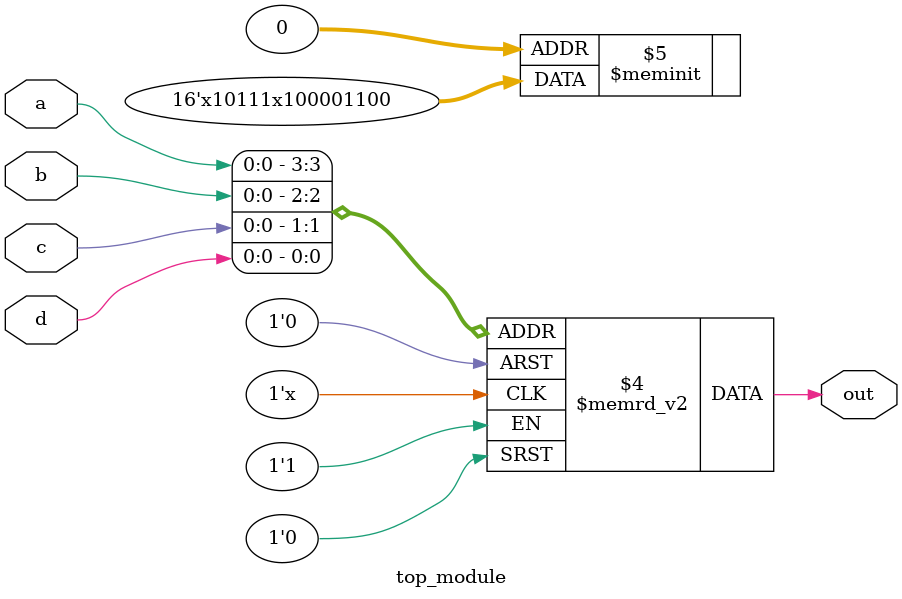
<source format=sv>
module top_module (
    input a,
    input b,
    input c,
    input d,
    output reg out
);

always @(*) begin
    case ({a, b, c, d})
        4'b0000, 4'b0001, 4'b0101, 4'b0110, 4'b0111: out = 1'b0;
        4'b0011, 4'b0010, 4'b1100, 4'b1011, 4'b1110: out = 1'b1;
        4'b1000, 4'b1010: out = 1'b1;
        4'b1001, 4'b1001, 4'b1111: out = 1'bx;
        default: out = 1'b0;
    endcase
end

endmodule

</source>
